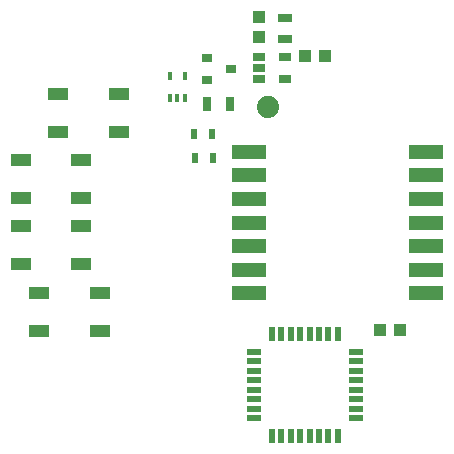
<source format=gbr>
G04 #@! TF.FileFunction,Paste,Top*
%FSLAX46Y46*%
G04 Gerber Fmt 4.6, Leading zero omitted, Abs format (unit mm)*
G04 Created by KiCad (PCBNEW 4.0.7-e2-6376~61~ubuntu18.04.1) date Mon Jul 23 20:51:16 2018*
%MOMM*%
%LPD*%
G01*
G04 APERTURE LIST*
%ADD10C,0.100000*%
%ADD11R,1.198880X0.797560*%
%ADD12R,0.998220X1.099820*%
%ADD13R,1.099820X0.998220*%
%ADD14C,1.879600*%
%ADD15R,1.060000X0.650000*%
%ADD16R,1.651000X0.998220*%
%ADD17R,2.999740X1.198880*%
%ADD18R,1.270000X0.558800*%
%ADD19R,0.558800X1.270000*%
%ADD20R,0.400000X0.650000*%
%ADD21R,0.500000X0.900000*%
%ADD22R,0.700000X1.300000*%
%ADD23R,0.900000X0.800000*%
G04 APERTURE END LIST*
D10*
D11*
X165077920Y-44660606D03*
X165077920Y-46458926D03*
D12*
X162877920Y-44611406D03*
X162877920Y-46308126D03*
D13*
X168496720Y-47900000D03*
X166800000Y-47900000D03*
D14*
X163700000Y-52200000D03*
D15*
X162900000Y-47950000D03*
X162900000Y-48900000D03*
X162900000Y-49850000D03*
X165100000Y-49850000D03*
X165100000Y-47950000D03*
D16*
X145924440Y-51102340D03*
X145924440Y-54297660D03*
X151075560Y-54297660D03*
X151075560Y-51102340D03*
X142724440Y-56702340D03*
X142724440Y-59897660D03*
X147875560Y-59897660D03*
X147875560Y-56702340D03*
X142724440Y-62302340D03*
X142724440Y-65497660D03*
X147875560Y-65497660D03*
X147875560Y-62302340D03*
X144324440Y-68002340D03*
X144324440Y-71197660D03*
X149475560Y-71197660D03*
X149475560Y-68002340D03*
D17*
X162051920Y-56000520D03*
X162051920Y-58002040D03*
X162051920Y-60001020D03*
X162051920Y-62000000D03*
X162051920Y-63998980D03*
X162051920Y-65997960D03*
X162051920Y-67999480D03*
X177048080Y-67999480D03*
X177048080Y-65997960D03*
X177048080Y-63998980D03*
X177048080Y-62000000D03*
X177048080Y-60001020D03*
X177048080Y-58002040D03*
X177048080Y-56000520D03*
D18*
X162500000Y-72949700D03*
X162500000Y-73749800D03*
X162500000Y-74549900D03*
X162500000Y-75350000D03*
X162500000Y-76147560D03*
X162500000Y-76947660D03*
X162500000Y-77747760D03*
X162500000Y-78547860D03*
D19*
X163993520Y-80041380D03*
X164793620Y-80041380D03*
X165593720Y-80041380D03*
X166393820Y-80041380D03*
X167191380Y-80041380D03*
X167991480Y-80041380D03*
X168791580Y-80041380D03*
X169591680Y-80041380D03*
D18*
X171085200Y-78547860D03*
X171085200Y-77747760D03*
X171085200Y-76947660D03*
X171085200Y-76147560D03*
X171085200Y-75350000D03*
X171085200Y-74549900D03*
X171085200Y-73749800D03*
X171085200Y-72949700D03*
D19*
X169591680Y-71456180D03*
X168791580Y-71456180D03*
X167991480Y-71456180D03*
X167191380Y-71456180D03*
X166393820Y-71456180D03*
X165593720Y-71456180D03*
X164793620Y-71456180D03*
X163993520Y-71456180D03*
D13*
X174838360Y-71120000D03*
X173141640Y-71120000D03*
D20*
X155350000Y-51450000D03*
X156650000Y-51450000D03*
X156000000Y-51450000D03*
X156650000Y-49550000D03*
X155350000Y-49550000D03*
D21*
X159000000Y-56500000D03*
X157500000Y-56500000D03*
X157428572Y-54500000D03*
X158928572Y-54500000D03*
D22*
X160450000Y-52000000D03*
X158550000Y-52000000D03*
D23*
X158500000Y-48050000D03*
X158500000Y-49950000D03*
X160500000Y-49000000D03*
M02*

</source>
